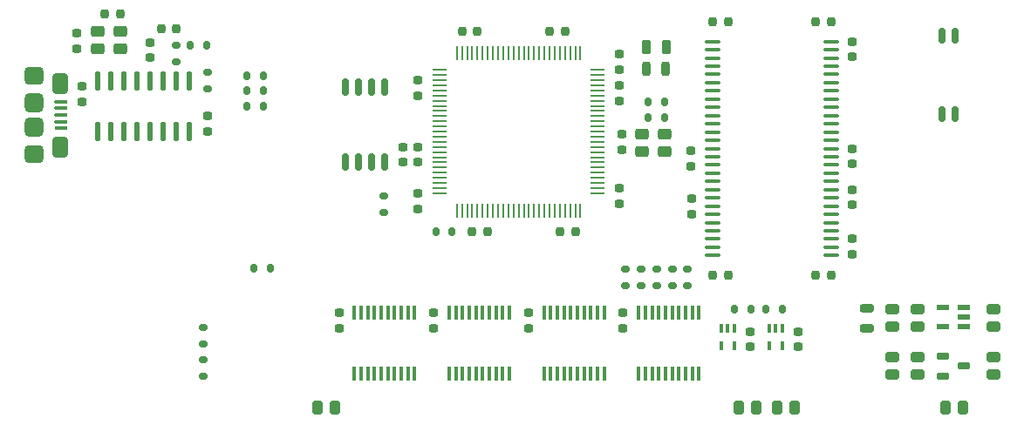
<source format=gtp>
G04 #@! TF.GenerationSoftware,KiCad,Pcbnew,7.0.10*
G04 #@! TF.CreationDate,2024-04-24T04:09:24-04:00*
G04 #@! TF.ProjectId,GR8RAM,47523852-414d-42e6-9b69-6361645f7063,1.0*
G04 #@! TF.SameCoordinates,Original*
G04 #@! TF.FileFunction,Paste,Top*
G04 #@! TF.FilePolarity,Positive*
%FSLAX46Y46*%
G04 Gerber Fmt 4.6, Leading zero omitted, Abs format (unit mm)*
G04 Created by KiCad (PCBNEW 7.0.10) date 2024-04-24 04:09:24*
%MOMM*%
%LPD*%
G01*
G04 APERTURE LIST*
G04 Aperture macros list*
%AMRoundRect*
0 Rectangle with rounded corners*
0 $1 Rounding radius*
0 $2 $3 $4 $5 $6 $7 $8 $9 X,Y pos of 4 corners*
0 Add a 4 corners polygon primitive as box body*
4,1,4,$2,$3,$4,$5,$6,$7,$8,$9,$2,$3,0*
0 Add four circle primitives for the rounded corners*
1,1,$1+$1,$2,$3*
1,1,$1+$1,$4,$5*
1,1,$1+$1,$6,$7*
1,1,$1+$1,$8,$9*
0 Add four rect primitives between the rounded corners*
20,1,$1+$1,$2,$3,$4,$5,0*
20,1,$1+$1,$4,$5,$6,$7,0*
20,1,$1+$1,$6,$7,$8,$9,0*
20,1,$1+$1,$8,$9,$2,$3,0*%
G04 Aperture macros list end*
%ADD10RoundRect,0.080000X-0.555000X0.080000X-0.555000X-0.080000X0.555000X-0.080000X0.555000X0.080000X0*%
%ADD11RoundRect,0.075000X-0.550000X0.075000X-0.550000X-0.075000X0.550000X-0.075000X0.550000X0.075000X0*%
%ADD12RoundRect,0.437500X-0.487500X0.437500X-0.487500X-0.437500X0.487500X-0.437500X0.487500X0.437500X0*%
%ADD13RoundRect,0.387500X-0.387500X0.637500X-0.387500X-0.637500X0.387500X-0.637500X0.387500X0.637500X0*%
%ADD14RoundRect,0.462500X-0.462500X0.462500X-0.462500X-0.462500X0.462500X-0.462500X0.462500X0.462500X0*%
%ADD15RoundRect,0.192500X-0.242500X0.192500X-0.242500X-0.192500X0.242500X-0.192500X0.242500X0.192500X0*%
%ADD16RoundRect,0.177500X0.177500X-0.559500X0.177500X0.559500X-0.177500X0.559500X-0.177500X-0.559500X0*%
%ADD17RoundRect,0.150000X-0.150000X-0.275000X0.150000X-0.275000X0.150000X0.275000X-0.150000X0.275000X0*%
%ADD18RoundRect,0.250000X0.250000X0.425000X-0.250000X0.425000X-0.250000X-0.425000X0.250000X-0.425000X0*%
%ADD19RoundRect,0.200000X-0.475000X0.200000X-0.475000X-0.200000X0.475000X-0.200000X0.475000X0.200000X0*%
%ADD20RoundRect,0.192500X0.242500X-0.192500X0.242500X0.192500X-0.242500X0.192500X-0.242500X-0.192500X0*%
%ADD21RoundRect,0.092500X0.092500X-0.592500X0.092500X0.592500X-0.092500X0.592500X-0.092500X-0.592500X0*%
%ADD22RoundRect,0.150000X-0.275000X0.150000X-0.275000X-0.150000X0.275000X-0.150000X0.275000X0.150000X0*%
%ADD23RoundRect,0.150000X0.150000X0.275000X-0.150000X0.275000X-0.150000X-0.275000X0.150000X-0.275000X0*%
%ADD24RoundRect,0.080000X-0.080000X0.380000X-0.080000X-0.380000X0.080000X-0.380000X0.080000X0.380000X0*%
%ADD25RoundRect,0.250000X0.425000X-0.250000X0.425000X0.250000X-0.425000X0.250000X-0.425000X-0.250000X0*%
%ADD26RoundRect,0.150000X0.275000X-0.150000X0.275000X0.150000X-0.275000X0.150000X-0.275000X-0.150000X0*%
%ADD27RoundRect,0.137500X0.487500X0.137500X-0.487500X0.137500X-0.487500X-0.137500X0.487500X-0.137500X0*%
%ADD28RoundRect,0.057500X0.057500X-0.645000X0.057500X0.645000X-0.057500X0.645000X-0.057500X-0.645000X0*%
%ADD29RoundRect,0.057500X0.645000X-0.057500X0.645000X0.057500X-0.645000X0.057500X-0.645000X-0.057500X0*%
%ADD30RoundRect,0.192500X0.192500X0.242500X-0.192500X0.242500X-0.192500X-0.242500X0.192500X-0.242500X0*%
%ADD31RoundRect,0.224700X-0.224700X-0.437200X0.224700X-0.437200X0.224700X0.437200X-0.224700X0.437200X0*%
%ADD32RoundRect,0.175000X-0.450000X-0.175000X0.450000X-0.175000X0.450000X0.175000X-0.450000X0.175000X0*%
%ADD33RoundRect,0.275000X0.375000X0.275000X-0.375000X0.275000X-0.375000X-0.275000X0.375000X-0.275000X0*%
%ADD34RoundRect,0.137500X-0.137500X0.812500X-0.137500X-0.812500X0.137500X-0.812500X0.137500X0.812500X0*%
%ADD35RoundRect,0.192500X-0.192500X-0.242500X0.192500X-0.242500X0.192500X0.242500X-0.192500X0.242500X0*%
%ADD36RoundRect,0.099500X0.625500X0.099500X-0.625500X0.099500X-0.625500X-0.099500X0.625500X-0.099500X0*%
%ADD37RoundRect,0.275000X-0.375000X-0.275000X0.375000X-0.275000X0.375000X0.275000X-0.375000X0.275000X0*%
%ADD38RoundRect,0.162500X-0.162500X0.662500X-0.162500X-0.662500X0.162500X-0.662500X0.162500X0.662500X0*%
%ADD39RoundRect,0.200000X0.200000X0.475000X-0.200000X0.475000X-0.200000X-0.475000X0.200000X-0.475000X0*%
%ADD40RoundRect,0.250000X-0.250000X-0.425000X0.250000X-0.425000X0.250000X0.425000X-0.250000X0.425000X0*%
G04 APERTURE END LIST*
D10*
X49675000Y-98500000D03*
X49675000Y-99150000D03*
X49675000Y-99800000D03*
X49675000Y-100450000D03*
D11*
X49675000Y-101100000D03*
D12*
X47000000Y-96000000D03*
D13*
X49550000Y-96700000D03*
D14*
X47000000Y-98600000D03*
X47000000Y-101000000D03*
D13*
X49550000Y-102900000D03*
D12*
X47000000Y-103600000D03*
D15*
X104200000Y-119050000D03*
X104200000Y-120550000D03*
D16*
X135128000Y-99695000D03*
X136398000Y-99695000D03*
X136398000Y-92075000D03*
X135128000Y-92075000D03*
D17*
X67650000Y-95950000D03*
X69250000Y-95950000D03*
D18*
X76200000Y-128270000D03*
X74500000Y-128270000D03*
D17*
X67650000Y-97450000D03*
X69250000Y-97450000D03*
D19*
X127850000Y-118600000D03*
X127850000Y-120500000D03*
D15*
X126450000Y-107050000D03*
X126450000Y-108550000D03*
X103800000Y-106900000D03*
X103800000Y-108400000D03*
D20*
X110800000Y-104800000D03*
X110800000Y-103300000D03*
X84300000Y-97900000D03*
X84300000Y-96400000D03*
D21*
X96500000Y-124950000D03*
X97150000Y-124950000D03*
X97800000Y-124950000D03*
X98450000Y-124950000D03*
X99100000Y-124950000D03*
X99750000Y-124950000D03*
X100400000Y-124950000D03*
X101050000Y-124950000D03*
X101700000Y-124950000D03*
X102350000Y-124950000D03*
X102350000Y-119050000D03*
X101700000Y-119050000D03*
X101050000Y-119050000D03*
X100400000Y-119050000D03*
X99750000Y-119050000D03*
X99100000Y-119050000D03*
X98450000Y-119050000D03*
X97800000Y-119050000D03*
X97150000Y-119050000D03*
X96500000Y-119050000D03*
D22*
X105950000Y-114800000D03*
X105950000Y-116400000D03*
D18*
X120826000Y-128270000D03*
X119126000Y-128270000D03*
D23*
X108200000Y-98550000D03*
X106600000Y-98550000D03*
D22*
X108950000Y-114800000D03*
X108950000Y-116400000D03*
D20*
X121200000Y-122350000D03*
X121200000Y-120850000D03*
D24*
X119650000Y-120500000D03*
X119000000Y-120500000D03*
X118350000Y-120500000D03*
X118350000Y-122200000D03*
X119650000Y-122200000D03*
D25*
X132750000Y-125050000D03*
X132750000Y-123350000D03*
D26*
X63436500Y-125158500D03*
X63436500Y-123558500D03*
D21*
X87300000Y-124950000D03*
X87950000Y-124950000D03*
X88600000Y-124950000D03*
X89250000Y-124950000D03*
X89900000Y-124950000D03*
X90550000Y-124950000D03*
X91200000Y-124950000D03*
X91850000Y-124950000D03*
X92500000Y-124950000D03*
X93150000Y-124950000D03*
X93150000Y-119050000D03*
X92500000Y-119050000D03*
X91850000Y-119050000D03*
X91200000Y-119050000D03*
X90550000Y-119050000D03*
X89900000Y-119050000D03*
X89250000Y-119050000D03*
X88600000Y-119050000D03*
X87950000Y-119050000D03*
X87300000Y-119050000D03*
D27*
X137300000Y-120400000D03*
X137300000Y-119450000D03*
X137300000Y-118500000D03*
X135200000Y-118500000D03*
X135200000Y-120400000D03*
D28*
X88050000Y-109062500D03*
X88550000Y-109062500D03*
X89050000Y-109062500D03*
X89550000Y-109062500D03*
X90050000Y-109062500D03*
X90550000Y-109062500D03*
X91050000Y-109062500D03*
X91550000Y-109062500D03*
X92050000Y-109062500D03*
X92550000Y-109062500D03*
X93050000Y-109062500D03*
X93550000Y-109062500D03*
X94050000Y-109062500D03*
X94550000Y-109062500D03*
X95050000Y-109062500D03*
X95550000Y-109062500D03*
X96050000Y-109062500D03*
X96550000Y-109062500D03*
X97050000Y-109062500D03*
X97550000Y-109062500D03*
X98050000Y-109062500D03*
X98550000Y-109062500D03*
X99050000Y-109062500D03*
X99550000Y-109062500D03*
X100050000Y-109062500D03*
D29*
X101712500Y-107400000D03*
X101712500Y-106900000D03*
X101712500Y-106400000D03*
X101712500Y-105900000D03*
X101712500Y-105400000D03*
X101712500Y-104900000D03*
X101712500Y-104400000D03*
X101712500Y-103900000D03*
X101712500Y-103400000D03*
X101712500Y-102900000D03*
X101712500Y-102400000D03*
X101712500Y-101900000D03*
X101712500Y-101400000D03*
X101712500Y-100900000D03*
X101712500Y-100400000D03*
X101712500Y-99900000D03*
X101712500Y-99400000D03*
X101712500Y-98900000D03*
X101712500Y-98400000D03*
X101712500Y-97900000D03*
X101712500Y-97400000D03*
X101712500Y-96900000D03*
X101712500Y-96400000D03*
X101712500Y-95900000D03*
X101712500Y-95400000D03*
D28*
X100050000Y-93737500D03*
X99550000Y-93737500D03*
X99050000Y-93737500D03*
X98550000Y-93737500D03*
X98050000Y-93737500D03*
X97550000Y-93737500D03*
X97050000Y-93737500D03*
X96550000Y-93737500D03*
X96050000Y-93737500D03*
X95550000Y-93737500D03*
X95050000Y-93737500D03*
X94550000Y-93737500D03*
X94050000Y-93737500D03*
X93550000Y-93737500D03*
X93050000Y-93737500D03*
X92550000Y-93737500D03*
X92050000Y-93737500D03*
X91550000Y-93737500D03*
X91050000Y-93737500D03*
X90550000Y-93737500D03*
X90050000Y-93737500D03*
X89550000Y-93737500D03*
X89050000Y-93737500D03*
X88550000Y-93737500D03*
X88050000Y-93737500D03*
D29*
X86387500Y-95400000D03*
X86387500Y-95900000D03*
X86387500Y-96400000D03*
X86387500Y-96900000D03*
X86387500Y-97400000D03*
X86387500Y-97900000D03*
X86387500Y-98400000D03*
X86387500Y-98900000D03*
X86387500Y-99400000D03*
X86387500Y-99900000D03*
X86387500Y-100400000D03*
X86387500Y-100900000D03*
X86387500Y-101400000D03*
X86387500Y-101900000D03*
X86387500Y-102400000D03*
X86387500Y-102900000D03*
X86387500Y-103400000D03*
X86387500Y-103900000D03*
X86387500Y-104400000D03*
X86387500Y-104900000D03*
X86387500Y-105400000D03*
X86387500Y-105900000D03*
X86387500Y-106400000D03*
X86387500Y-106900000D03*
X86387500Y-107400000D03*
D22*
X107450000Y-114800000D03*
X107450000Y-116400000D03*
D20*
X110850000Y-109450000D03*
X110850000Y-107950000D03*
D25*
X140100000Y-120400000D03*
X140100000Y-118700000D03*
D15*
X126450000Y-103050000D03*
X126450000Y-104550000D03*
D25*
X130350000Y-120400000D03*
X130350000Y-118700000D03*
D30*
X124400000Y-115350000D03*
X122900000Y-115350000D03*
X114400000Y-115350000D03*
X112900000Y-115350000D03*
D22*
X63436500Y-120459500D03*
X63436500Y-122059500D03*
D20*
X58293000Y-94234000D03*
X58293000Y-92734000D03*
D17*
X86000000Y-111150000D03*
X87600000Y-111150000D03*
D21*
X78100000Y-124950000D03*
X78750000Y-124950000D03*
X79400000Y-124950000D03*
X80050000Y-124950000D03*
X80700000Y-124950000D03*
X81350000Y-124950000D03*
X82000000Y-124950000D03*
X82650000Y-124950000D03*
X83300000Y-124950000D03*
X83950000Y-124950000D03*
X83950000Y-119050000D03*
X83300000Y-119050000D03*
X82650000Y-119050000D03*
X82000000Y-119050000D03*
X81350000Y-119050000D03*
X80700000Y-119050000D03*
X80050000Y-119050000D03*
X79400000Y-119050000D03*
X78750000Y-119050000D03*
X78100000Y-119050000D03*
D20*
X116500000Y-122350000D03*
X116500000Y-120850000D03*
D15*
X95000000Y-119050000D03*
X95000000Y-120550000D03*
D26*
X80950000Y-109300000D03*
X80950000Y-107700000D03*
D20*
X51650000Y-98500000D03*
X51650000Y-97000000D03*
D30*
X60833000Y-91376500D03*
X59333000Y-91376500D03*
D31*
X106478750Y-93196250D03*
X108353750Y-93196250D03*
D32*
X135200000Y-123250000D03*
X135200000Y-125150000D03*
X137300000Y-124200000D03*
D33*
X55399400Y-91650600D03*
X53199400Y-91650600D03*
X53199400Y-93350600D03*
X55399400Y-93350600D03*
D22*
X104450000Y-114800000D03*
X104450000Y-116400000D03*
D30*
X124400000Y-90750000D03*
X122900000Y-90750000D03*
D34*
X62103000Y-96458000D03*
X60833000Y-96458000D03*
X59563000Y-96458000D03*
X58293000Y-96458000D03*
X57023000Y-96458000D03*
X55753000Y-96458000D03*
X54483000Y-96458000D03*
X53213000Y-96458000D03*
X53213000Y-101408000D03*
X54483000Y-101408000D03*
X55753000Y-101408000D03*
X57023000Y-101408000D03*
X58293000Y-101408000D03*
X59563000Y-101408000D03*
X60833000Y-101408000D03*
X62103000Y-101408000D03*
D26*
X60833000Y-94627500D03*
X60833000Y-93027500D03*
D20*
X63817500Y-101409500D03*
X63817500Y-99909500D03*
D17*
X62166500Y-93027500D03*
X63766500Y-93027500D03*
D20*
X51199400Y-93350600D03*
X51199400Y-91850600D03*
D35*
X88550000Y-91650000D03*
X90050000Y-91650000D03*
D15*
X85800000Y-119050000D03*
X85800000Y-120550000D03*
D20*
X82800000Y-104400000D03*
X82800000Y-102900000D03*
D36*
X124400000Y-113450000D03*
X124400000Y-112650000D03*
X124400000Y-111850000D03*
X124400000Y-111050000D03*
X124400000Y-110250000D03*
X124400000Y-109450000D03*
X124400000Y-108650000D03*
X124400000Y-107850000D03*
X124400000Y-107050000D03*
X124400000Y-106250000D03*
X124400000Y-105450000D03*
X124400000Y-104650000D03*
X124400000Y-103850000D03*
X124400000Y-103050000D03*
X124400000Y-102250000D03*
X124400000Y-101450000D03*
X124400000Y-100650000D03*
X124400000Y-99850000D03*
X124400000Y-99050000D03*
X124400000Y-98250000D03*
X124400000Y-97450000D03*
X124400000Y-96650000D03*
X124400000Y-95850000D03*
X124400000Y-95050000D03*
X124400000Y-94250000D03*
X124400000Y-93450000D03*
X124400000Y-92650000D03*
X112900000Y-92650000D03*
X112900000Y-93450000D03*
X112900000Y-94250000D03*
X112900000Y-95050000D03*
X112900000Y-95850000D03*
X112900000Y-96650000D03*
X112900000Y-97450000D03*
X112900000Y-98250000D03*
X112900000Y-99050000D03*
X112900000Y-99850000D03*
X112900000Y-100650000D03*
X112900000Y-101450000D03*
X112900000Y-102250000D03*
X112900000Y-103050000D03*
X112900000Y-103850000D03*
X112900000Y-104650000D03*
X112900000Y-105450000D03*
X112900000Y-106250000D03*
X112900000Y-107050000D03*
X112900000Y-107850000D03*
X112900000Y-108650000D03*
X112900000Y-109450000D03*
X112900000Y-110250000D03*
X112900000Y-111050000D03*
X112900000Y-111850000D03*
X112900000Y-112650000D03*
X112900000Y-113450000D03*
D17*
X67650000Y-98950000D03*
X69250000Y-98950000D03*
D24*
X115000000Y-120500000D03*
X114350000Y-120500000D03*
X113700000Y-120500000D03*
X113700000Y-122200000D03*
X115000000Y-122200000D03*
D15*
X103800000Y-96900000D03*
X103800000Y-98400000D03*
D37*
X106000000Y-103350000D03*
X108200000Y-103350000D03*
X108200000Y-101650000D03*
X106000000Y-101650000D03*
D20*
X84300000Y-104400000D03*
X84300000Y-102900000D03*
D15*
X104050000Y-101650000D03*
X104050000Y-103150000D03*
D30*
X114400000Y-90750000D03*
X112900000Y-90750000D03*
D18*
X137160000Y-128270000D03*
X135460000Y-128270000D03*
D38*
X81026000Y-97061000D03*
X79756000Y-97061000D03*
X78486000Y-97061000D03*
X77216000Y-97061000D03*
X77216000Y-104361000D03*
X78486000Y-104361000D03*
X79756000Y-104361000D03*
X81026000Y-104361000D03*
D39*
X108346250Y-95296250D03*
X106446250Y-95296250D03*
D17*
X106600000Y-100050000D03*
X108200000Y-100050000D03*
X118050000Y-118700000D03*
X119650000Y-118700000D03*
D30*
X55400000Y-90000600D03*
X53900000Y-90000600D03*
X99550000Y-111150000D03*
X98050000Y-111150000D03*
D15*
X126450000Y-92650000D03*
X126450000Y-94150000D03*
D25*
X130350000Y-125050000D03*
X130350000Y-123350000D03*
D22*
X110450000Y-114800000D03*
X110450000Y-116400000D03*
D20*
X103800000Y-95400000D03*
X103800000Y-93900000D03*
D22*
X63817500Y-95656500D03*
X63817500Y-97256500D03*
D23*
X116600000Y-118700000D03*
X115000000Y-118700000D03*
D30*
X98550000Y-91650000D03*
X97050000Y-91650000D03*
D40*
X115394000Y-128270000D03*
X117094000Y-128270000D03*
D21*
X105700000Y-124950000D03*
X106350000Y-124950000D03*
X107000000Y-124950000D03*
X107650000Y-124950000D03*
X108300000Y-124950000D03*
X108950000Y-124950000D03*
X109600000Y-124950000D03*
X110250000Y-124950000D03*
X110900000Y-124950000D03*
X111550000Y-124950000D03*
X111550000Y-119050000D03*
X110900000Y-119050000D03*
X110250000Y-119050000D03*
X109600000Y-119050000D03*
X108950000Y-119050000D03*
X108300000Y-119050000D03*
X107650000Y-119050000D03*
X107000000Y-119050000D03*
X106350000Y-119050000D03*
X105700000Y-119050000D03*
D17*
X68350000Y-114650000D03*
X69950000Y-114650000D03*
D15*
X84300000Y-107400000D03*
X84300000Y-108900000D03*
D25*
X140100000Y-125050000D03*
X140100000Y-123350000D03*
D35*
X89550000Y-111150000D03*
X91050000Y-111150000D03*
D25*
X132750000Y-120400000D03*
X132750000Y-118700000D03*
D15*
X76600000Y-119050000D03*
X76600000Y-120550000D03*
X126450000Y-111850000D03*
X126450000Y-113350000D03*
M02*

</source>
